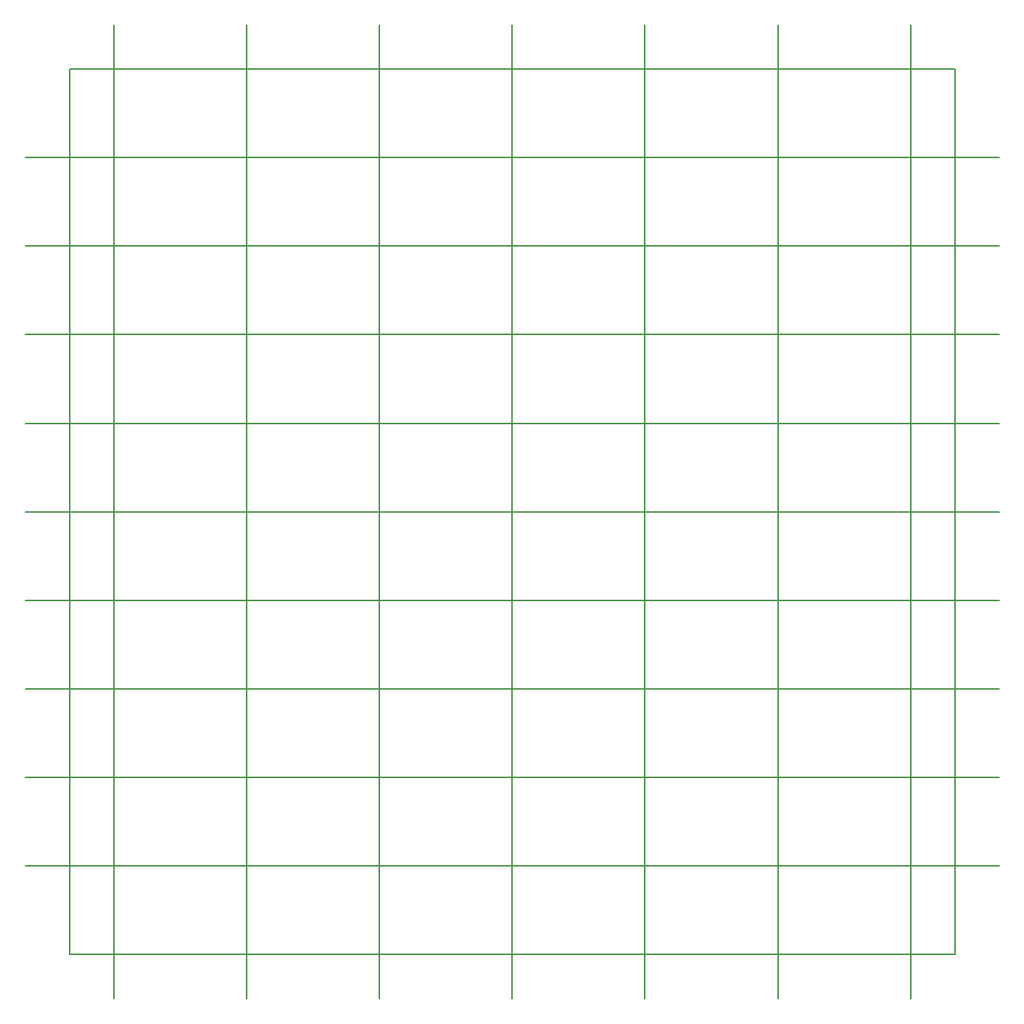
<source format=gbr>
G04 #@! TF.GenerationSoftware,KiCad,Pcbnew,(5.0.2)-1*
G04 #@! TF.CreationDate,2019-05-18T23:42:59-05:00*
G04 #@! TF.ProjectId,pixel_panel,70697865-6c5f-4706-916e-656c2e6b6963,rev?*
G04 #@! TF.SameCoordinates,PX6aae0f0PY2fa8320*
G04 #@! TF.FileFunction,Profile,NP*
%FSLAX46Y46*%
G04 Gerber Fmt 4.6, Leading zero omitted, Abs format (unit mm)*
G04 Created by KiCad (PCBNEW (5.0.2)-1) date 5/18/2019 11:42:59 PM*
%MOMM*%
%LPD*%
G01*
G04 APERTURE LIST*
%ADD10C,0.200000*%
G04 APERTURE END LIST*
D10*
X95000000Y-105000000D02*
X95000000Y5000000D01*
X80000000Y-105000000D02*
X80000000Y5000000D01*
X65000000Y-105000000D02*
X65000000Y5000000D01*
X50000000Y-105000000D02*
X50000000Y5000000D01*
X35000000Y-105000000D02*
X35000000Y5000000D01*
X20000000Y-105000000D02*
X20000000Y5000000D01*
X-5000000Y-90000000D02*
X105000000Y-90000000D01*
X-5000000Y-80000000D02*
X105000000Y-80000000D01*
X-5000000Y-70000000D02*
X105000000Y-70000000D01*
X-5000000Y-60000000D02*
X105000000Y-60000000D01*
X-5000000Y-50000000D02*
X105000000Y-50000000D01*
X-5000000Y-40000000D02*
X105000000Y-40000000D01*
X-5000000Y-30000000D02*
X105000000Y-30000000D01*
X-5000000Y-20000000D02*
X105000000Y-20000000D01*
X-5000000Y-10000000D02*
X105000000Y-10000000D01*
X5000000Y-105000000D02*
X5000000Y5000000D01*
X0Y-100000000D02*
X0Y0D01*
X100000000Y-100000000D02*
X0Y-100000000D01*
X100000000Y0D02*
X100000000Y-100000000D01*
X0Y0D02*
X100000000Y0D01*
M02*

</source>
